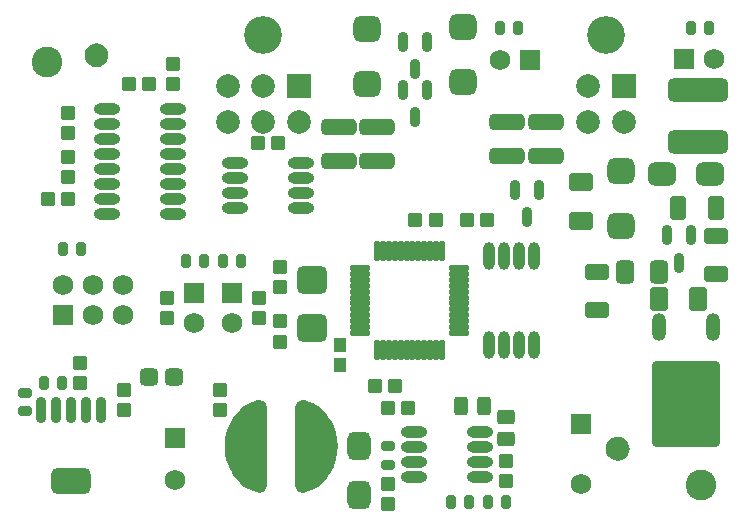
<source format=gts>
G04 Layer_Color=8388736*
%FSLAX24Y24*%
%MOIN*%
G70*
G01*
G75*
G04:AMPARAMS|DCode=62|XSize=36mil|YSize=43.8mil|CornerRadius=6.8mil|HoleSize=0mil|Usage=FLASHONLY|Rotation=0.000|XOffset=0mil|YOffset=0mil|HoleType=Round|Shape=RoundedRectangle|*
%AMROUNDEDRECTD62*
21,1,0.0360,0.0302,0,0,0.0*
21,1,0.0224,0.0438,0,0,0.0*
1,1,0.0136,0.0112,-0.0151*
1,1,0.0136,-0.0112,-0.0151*
1,1,0.0136,-0.0112,0.0151*
1,1,0.0136,0.0112,0.0151*
%
%ADD62ROUNDEDRECTD62*%
G04:AMPARAMS|DCode=63|XSize=49mil|YSize=44mil|CornerRadius=5.8mil|HoleSize=0mil|Usage=FLASHONLY|Rotation=0.000|XOffset=0mil|YOffset=0mil|HoleType=Round|Shape=RoundedRectangle|*
%AMROUNDEDRECTD63*
21,1,0.0490,0.0324,0,0,0.0*
21,1,0.0374,0.0440,0,0,0.0*
1,1,0.0116,0.0187,-0.0162*
1,1,0.0116,-0.0187,-0.0162*
1,1,0.0116,-0.0187,0.0162*
1,1,0.0116,0.0187,0.0162*
%
%ADD63ROUNDEDRECTD63*%
G04:AMPARAMS|DCode=64|XSize=49mil|YSize=44mil|CornerRadius=5.8mil|HoleSize=0mil|Usage=FLASHONLY|Rotation=90.000|XOffset=0mil|YOffset=0mil|HoleType=Round|Shape=RoundedRectangle|*
%AMROUNDEDRECTD64*
21,1,0.0490,0.0324,0,0,90.0*
21,1,0.0374,0.0440,0,0,90.0*
1,1,0.0116,0.0162,0.0187*
1,1,0.0116,0.0162,-0.0187*
1,1,0.0116,-0.0162,-0.0187*
1,1,0.0116,-0.0162,0.0187*
%
%ADD64ROUNDEDRECTD64*%
G04:AMPARAMS|DCode=65|XSize=90.7mil|YSize=86.7mil|CornerRadius=23.7mil|HoleSize=0mil|Usage=FLASHONLY|Rotation=180.000|XOffset=0mil|YOffset=0mil|HoleType=Round|Shape=RoundedRectangle|*
%AMROUNDEDRECTD65*
21,1,0.0907,0.0394,0,0,180.0*
21,1,0.0433,0.0867,0,0,180.0*
1,1,0.0474,-0.0217,0.0197*
1,1,0.0474,0.0217,0.0197*
1,1,0.0474,0.0217,-0.0197*
1,1,0.0474,-0.0217,-0.0197*
%
%ADD65ROUNDEDRECTD65*%
%ADD66O,0.0361X0.0671*%
%ADD67R,0.0434X0.0474*%
G04:AMPARAMS|DCode=68|XSize=98.6mil|YSize=90.7mil|CornerRadius=16.4mil|HoleSize=0mil|Usage=FLASHONLY|Rotation=0.000|XOffset=0mil|YOffset=0mil|HoleType=Round|Shape=RoundedRectangle|*
%AMROUNDEDRECTD68*
21,1,0.0986,0.0579,0,0,0.0*
21,1,0.0657,0.0907,0,0,0.0*
1,1,0.0328,0.0329,-0.0289*
1,1,0.0328,-0.0329,-0.0289*
1,1,0.0328,-0.0329,0.0289*
1,1,0.0328,0.0329,0.0289*
%
%ADD68ROUNDEDRECTD68*%
%ADD69O,0.0375X0.0930*%
%ADD70O,0.0880X0.0375*%
G04:AMPARAMS|DCode=71|XSize=118.2mil|YSize=55.2mil|CornerRadius=15.8mil|HoleSize=0mil|Usage=FLASHONLY|Rotation=0.000|XOffset=0mil|YOffset=0mil|HoleType=Round|Shape=RoundedRectangle|*
%AMROUNDEDRECTD71*
21,1,0.1182,0.0236,0,0,0.0*
21,1,0.0866,0.0552,0,0,0.0*
1,1,0.0316,0.0433,-0.0118*
1,1,0.0316,-0.0433,-0.0118*
1,1,0.0316,-0.0433,0.0118*
1,1,0.0316,0.0433,0.0118*
%
%ADD71ROUNDEDRECTD71*%
G04:AMPARAMS|DCode=72|XSize=202.9mil|YSize=78.9mil|CornerRadius=21.7mil|HoleSize=0mil|Usage=FLASHONLY|Rotation=0.000|XOffset=0mil|YOffset=0mil|HoleType=Round|Shape=RoundedRectangle|*
%AMROUNDEDRECTD72*
21,1,0.2029,0.0354,0,0,0.0*
21,1,0.1594,0.0789,0,0,0.0*
1,1,0.0434,0.0797,-0.0177*
1,1,0.0434,-0.0797,-0.0177*
1,1,0.0434,-0.0797,0.0177*
1,1,0.0434,0.0797,0.0177*
%
%ADD72ROUNDEDRECTD72*%
G04:AMPARAMS|DCode=73|XSize=36mil|YSize=43.8mil|CornerRadius=6.8mil|HoleSize=0mil|Usage=FLASHONLY|Rotation=90.000|XOffset=0mil|YOffset=0mil|HoleType=Round|Shape=RoundedRectangle|*
%AMROUNDEDRECTD73*
21,1,0.0360,0.0302,0,0,90.0*
21,1,0.0224,0.0438,0,0,90.0*
1,1,0.0136,0.0151,0.0112*
1,1,0.0136,0.0151,-0.0112*
1,1,0.0136,-0.0151,-0.0112*
1,1,0.0136,-0.0151,0.0112*
%
%ADD73ROUNDEDRECTD73*%
G04:AMPARAMS|DCode=74|XSize=134mil|YSize=88.7mil|CornerRadius=24.2mil|HoleSize=0mil|Usage=FLASHONLY|Rotation=0.000|XOffset=0mil|YOffset=0mil|HoleType=Round|Shape=RoundedRectangle|*
%AMROUNDEDRECTD74*
21,1,0.1340,0.0404,0,0,0.0*
21,1,0.0856,0.0887,0,0,0.0*
1,1,0.0484,0.0428,-0.0202*
1,1,0.0484,-0.0428,-0.0202*
1,1,0.0484,-0.0428,0.0202*
1,1,0.0484,0.0428,0.0202*
%
%ADD74ROUNDEDRECTD74*%
%ADD75O,0.0336X0.0887*%
G04:AMPARAMS|DCode=76|XSize=62mil|YSize=58mil|CornerRadius=16.5mil|HoleSize=0mil|Usage=FLASHONLY|Rotation=180.000|XOffset=0mil|YOffset=0mil|HoleType=Round|Shape=RoundedRectangle|*
%AMROUNDEDRECTD76*
21,1,0.0620,0.0250,0,0,180.0*
21,1,0.0290,0.0580,0,0,180.0*
1,1,0.0330,-0.0145,0.0125*
1,1,0.0330,0.0145,0.0125*
1,1,0.0330,0.0145,-0.0125*
1,1,0.0330,-0.0145,-0.0125*
%
%ADD76ROUNDEDRECTD76*%
G04:AMPARAMS|DCode=77|XSize=94.6mil|YSize=76.9mil|CornerRadius=21.2mil|HoleSize=0mil|Usage=FLASHONLY|Rotation=90.000|XOffset=0mil|YOffset=0mil|HoleType=Round|Shape=RoundedRectangle|*
%AMROUNDEDRECTD77*
21,1,0.0946,0.0344,0,0,90.0*
21,1,0.0522,0.0769,0,0,90.0*
1,1,0.0424,0.0172,0.0261*
1,1,0.0424,0.0172,-0.0261*
1,1,0.0424,-0.0172,-0.0261*
1,1,0.0424,-0.0172,0.0261*
%
%ADD77ROUNDEDRECTD77*%
G04:AMPARAMS|DCode=78|XSize=63.1mil|YSize=49.3mil|CornerRadius=14.3mil|HoleSize=0mil|Usage=FLASHONLY|Rotation=180.000|XOffset=0mil|YOffset=0mil|HoleType=Round|Shape=RoundedRectangle|*
%AMROUNDEDRECTD78*
21,1,0.0631,0.0207,0,0,180.0*
21,1,0.0344,0.0493,0,0,180.0*
1,1,0.0287,-0.0172,0.0103*
1,1,0.0287,0.0172,0.0103*
1,1,0.0287,0.0172,-0.0103*
1,1,0.0287,-0.0172,-0.0103*
%
%ADD78ROUNDEDRECTD78*%
G04:AMPARAMS|DCode=79|XSize=63.1mil|YSize=49.3mil|CornerRadius=14.3mil|HoleSize=0mil|Usage=FLASHONLY|Rotation=90.000|XOffset=0mil|YOffset=0mil|HoleType=Round|Shape=RoundedRectangle|*
%AMROUNDEDRECTD79*
21,1,0.0631,0.0207,0,0,90.0*
21,1,0.0344,0.0493,0,0,90.0*
1,1,0.0287,0.0103,0.0172*
1,1,0.0287,0.0103,-0.0172*
1,1,0.0287,-0.0103,-0.0172*
1,1,0.0287,-0.0103,0.0172*
%
%ADD79ROUNDEDRECTD79*%
G04:AMPARAMS|DCode=80|XSize=63.1mil|YSize=78.9mil|CornerRadius=17.8mil|HoleSize=0mil|Usage=FLASHONLY|Rotation=0.000|XOffset=0mil|YOffset=0mil|HoleType=Round|Shape=RoundedRectangle|*
%AMROUNDEDRECTD80*
21,1,0.0631,0.0433,0,0,0.0*
21,1,0.0276,0.0789,0,0,0.0*
1,1,0.0356,0.0138,-0.0217*
1,1,0.0356,-0.0138,-0.0217*
1,1,0.0356,-0.0138,0.0217*
1,1,0.0356,0.0138,0.0217*
%
%ADD80ROUNDEDRECTD80*%
%ADD81O,0.0198X0.0710*%
%ADD82O,0.0710X0.0198*%
G04:AMPARAMS|DCode=83|XSize=55.2mil|YSize=82.8mil|CornerRadius=15.8mil|HoleSize=0mil|Usage=FLASHONLY|Rotation=180.000|XOffset=0mil|YOffset=0mil|HoleType=Round|Shape=RoundedRectangle|*
%AMROUNDEDRECTD83*
21,1,0.0552,0.0512,0,0,180.0*
21,1,0.0236,0.0828,0,0,180.0*
1,1,0.0316,-0.0118,0.0256*
1,1,0.0316,0.0118,0.0256*
1,1,0.0316,0.0118,-0.0256*
1,1,0.0316,-0.0118,-0.0256*
%
%ADD83ROUNDEDRECTD83*%
G04:AMPARAMS|DCode=84|XSize=55.2mil|YSize=82.8mil|CornerRadius=15.8mil|HoleSize=0mil|Usage=FLASHONLY|Rotation=90.000|XOffset=0mil|YOffset=0mil|HoleType=Round|Shape=RoundedRectangle|*
%AMROUNDEDRECTD84*
21,1,0.0552,0.0512,0,0,90.0*
21,1,0.0236,0.0828,0,0,90.0*
1,1,0.0316,0.0256,0.0118*
1,1,0.0316,0.0256,-0.0118*
1,1,0.0316,-0.0256,-0.0118*
1,1,0.0316,-0.0256,0.0118*
%
%ADD84ROUNDEDRECTD84*%
G04:AMPARAMS|DCode=85|XSize=94.6mil|YSize=76.9mil|CornerRadius=21.2mil|HoleSize=0mil|Usage=FLASHONLY|Rotation=180.000|XOffset=0mil|YOffset=0mil|HoleType=Round|Shape=RoundedRectangle|*
%AMROUNDEDRECTD85*
21,1,0.0946,0.0344,0,0,180.0*
21,1,0.0522,0.0769,0,0,180.0*
1,1,0.0424,-0.0261,0.0172*
1,1,0.0424,0.0261,0.0172*
1,1,0.0424,0.0261,-0.0172*
1,1,0.0424,-0.0261,-0.0172*
%
%ADD85ROUNDEDRECTD85*%
G04:AMPARAMS|DCode=86|XSize=59.2mil|YSize=80mil|CornerRadius=6.6mil|HoleSize=0mil|Usage=FLASHONLY|Rotation=270.000|XOffset=0mil|YOffset=0mil|HoleType=Round|Shape=RoundedRectangle|*
%AMROUNDEDRECTD86*
21,1,0.0592,0.0669,0,0,270.0*
21,1,0.0461,0.0800,0,0,270.0*
1,1,0.0131,-0.0335,-0.0230*
1,1,0.0131,-0.0335,0.0230*
1,1,0.0131,0.0335,0.0230*
1,1,0.0131,0.0335,-0.0230*
%
%ADD86ROUNDEDRECTD86*%
G04:AMPARAMS|DCode=87|XSize=59.2mil|YSize=80mil|CornerRadius=6.6mil|HoleSize=0mil|Usage=FLASHONLY|Rotation=180.000|XOffset=0mil|YOffset=0mil|HoleType=Round|Shape=RoundedRectangle|*
%AMROUNDEDRECTD87*
21,1,0.0592,0.0669,0,0,180.0*
21,1,0.0461,0.0800,0,0,180.0*
1,1,0.0131,-0.0230,0.0335*
1,1,0.0131,0.0230,0.0335*
1,1,0.0131,0.0230,-0.0335*
1,1,0.0131,-0.0230,-0.0335*
%
%ADD87ROUNDEDRECTD87*%
%ADD88O,0.0474X0.0926*%
G04:AMPARAMS|DCode=89|XSize=287.5mil|YSize=226.5mil|CornerRadius=14.9mil|HoleSize=0mil|Usage=FLASHONLY|Rotation=270.000|XOffset=0mil|YOffset=0mil|HoleType=Round|Shape=RoundedRectangle|*
%AMROUNDEDRECTD89*
21,1,0.2875,0.1967,0,0,270.0*
21,1,0.2577,0.2265,0,0,270.0*
1,1,0.0299,-0.0983,-0.1288*
1,1,0.0299,-0.0983,0.1288*
1,1,0.0299,0.0983,0.1288*
1,1,0.0299,0.0983,-0.1288*
%
%ADD89ROUNDEDRECTD89*%
%ADD90R,0.0680X0.0680*%
%ADD91C,0.0680*%
%ADD92R,0.0680X0.0680*%
%ADD93C,0.0789*%
%ADD94R,0.0789X0.0789*%
%ADD95C,0.1261*%
%ADD96C,0.1025*%
%ADD97R,0.0789X0.0789*%
G36*
X22859Y45817D02*
X22954Y45777D01*
X23037Y45714D01*
X23100Y45632D01*
X23139Y45536D01*
X23153Y45433D01*
X23139Y45330D01*
X23100Y45235D01*
X23037Y45152D01*
X22954Y45089D01*
X22859Y45050D01*
X22756Y45036D01*
X22653Y45050D01*
X22557Y45089D01*
X22475Y45152D01*
X22412Y45235D01*
X22372Y45330D01*
X22359Y45433D01*
X22372Y45536D01*
X22412Y45632D01*
X22475Y45714D01*
X22557Y45777D01*
X22653Y45817D01*
X22756Y45830D01*
X22859Y45817D01*
D02*
G37*
G36*
X29698Y33927D02*
X29702Y33925D01*
X29706Y33926D01*
X29836Y33885D01*
X29837Y33884D01*
X29839Y33884D01*
X29990Y33823D01*
X29992Y33821D01*
X29996Y33820D01*
X30136Y33737D01*
X30138Y33734D01*
X30141Y33733D01*
X30266Y33629D01*
X30267Y33628D01*
X30269Y33627D01*
X30273Y33623D01*
X30274Y33621D01*
X30275Y33620D01*
X30424Y33455D01*
X30425Y33452D01*
X30428Y33450D01*
X30554Y33266D01*
X30554Y33263D01*
X30557Y33261D01*
X30657Y33062D01*
X30657Y33059D01*
X30659Y33057D01*
X30732Y32847D01*
X30732Y32844D01*
X30733Y32841D01*
X30778Y32623D01*
X30777Y32620D01*
X30778Y32617D01*
X30793Y32395D01*
X30792Y32392D01*
X30793Y32389D01*
X30778Y32167D01*
X30777Y32164D01*
X30778Y32161D01*
X30733Y31942D01*
X30732Y31940D01*
X30732Y31937D01*
X30659Y31726D01*
X30657Y31724D01*
X30657Y31721D01*
X30557Y31522D01*
X30554Y31520D01*
X30554Y31517D01*
X30428Y31333D01*
X30425Y31331D01*
X30424Y31329D01*
X30275Y31163D01*
X30274Y31162D01*
X30273Y31161D01*
X30271Y31159D01*
X30269Y31158D01*
X30268Y31156D01*
X30142Y31051D01*
X30138Y31050D01*
X30136Y31047D01*
X29995Y30963D01*
X29991Y30962D01*
X29989Y30960D01*
X29836Y30899D01*
X29834Y30899D01*
X29833Y30897D01*
X29699Y30856D01*
X29695Y30856D01*
X29691Y30854D01*
X29618Y30845D01*
X29610Y30848D01*
X29602Y30847D01*
X29531Y30865D01*
X29524Y30870D01*
X29516Y30872D01*
X29457Y30916D01*
X29453Y30923D01*
X29446Y30928D01*
X29407Y30990D01*
X29406Y30998D01*
X29401Y31005D01*
X29387Y31077D01*
X29388Y31081D01*
X29387Y31085D01*
Y33691D01*
X29388Y33695D01*
X29387Y33699D01*
X29401Y33773D01*
X29406Y33780D01*
X29407Y33788D01*
X29448Y33852D01*
X29454Y33857D01*
X29459Y33864D01*
X29520Y33909D01*
X29528Y33910D01*
X29534Y33915D01*
X29607Y33935D01*
X29615Y33934D01*
X29623Y33936D01*
X29698Y33927D01*
D02*
G37*
G36*
X28205Y33936D02*
X28213Y33937D01*
X28284Y33918D01*
X28291Y33913D01*
X28299Y33911D01*
X28358Y33868D01*
X28362Y33861D01*
X28369Y33856D01*
X28408Y33794D01*
X28409Y33786D01*
X28414Y33779D01*
X28428Y33707D01*
X28427Y33702D01*
X28428Y33699D01*
Y31093D01*
X28427Y31089D01*
X28428Y31085D01*
X28413Y31010D01*
X28409Y31004D01*
X28408Y30995D01*
X28367Y30932D01*
X28361Y30927D01*
X28356Y30920D01*
X28295Y30875D01*
X28287Y30873D01*
X28281Y30868D01*
X28208Y30849D01*
X28200Y30850D01*
X28192Y30847D01*
X28117Y30856D01*
X28113Y30858D01*
X28109Y30858D01*
X27979Y30898D01*
X27978Y30900D01*
X27976Y30900D01*
X27825Y30960D01*
X27822Y30963D01*
X27819Y30963D01*
X27679Y31046D01*
X27677Y31049D01*
X27674Y31050D01*
X27549Y31154D01*
X27548Y31156D01*
X27546Y31156D01*
X27542Y31161D01*
X27541Y31162D01*
X27540Y31163D01*
X27391Y31329D01*
X27390Y31331D01*
X27387Y31333D01*
X27261Y31517D01*
X27261Y31520D01*
X27258Y31522D01*
X27158Y31721D01*
X27158Y31724D01*
X27156Y31726D01*
X27083Y31937D01*
X27083Y31940D01*
X27082Y31942D01*
X27037Y32161D01*
X27038Y32164D01*
X27037Y32167D01*
X27022Y32389D01*
X27023Y32392D01*
X27022Y32395D01*
X27037Y32617D01*
X27038Y32620D01*
X27037Y32623D01*
X27082Y32841D01*
X27083Y32844D01*
X27083Y32847D01*
X27156Y33057D01*
X27158Y33059D01*
X27158Y33062D01*
X27258Y33261D01*
X27261Y33263D01*
X27261Y33266D01*
X27387Y33450D01*
X27390Y33452D01*
X27391Y33455D01*
X27540Y33621D01*
X27541Y33621D01*
X27542Y33623D01*
X27544Y33625D01*
X27546Y33626D01*
X27547Y33627D01*
X27673Y33732D01*
X27677Y33733D01*
X27679Y33736D01*
X27820Y33821D01*
X27824Y33821D01*
X27826Y33824D01*
X27979Y33885D01*
X27981Y33885D01*
X27982Y33886D01*
X28116Y33928D01*
X28120Y33928D01*
X28124Y33930D01*
X28197Y33938D01*
X28205Y33936D01*
D02*
G37*
G36*
X40231Y32697D02*
X40326Y32657D01*
X40409Y32594D01*
X40472Y32512D01*
X40512Y32416D01*
X40525Y32313D01*
X40512Y32210D01*
X40472Y32114D01*
X40409Y32032D01*
X40326Y31969D01*
X40231Y31929D01*
X40128Y31916D01*
X40025Y31929D01*
X39929Y31969D01*
X39847Y32032D01*
X39784Y32114D01*
X39744Y32210D01*
X39731Y32313D01*
X39744Y32416D01*
X39784Y32512D01*
X39847Y32594D01*
X39929Y32657D01*
X40025Y32697D01*
X40128Y32710D01*
X40231Y32697D01*
D02*
G37*
D62*
X25728Y38563D02*
D03*
X26338D02*
D03*
X27569D02*
D03*
X26959D02*
D03*
X22244Y38986D02*
D03*
X21634D02*
D03*
X42559Y46329D02*
D03*
X43169D02*
D03*
X36801Y46348D02*
D03*
X36191D02*
D03*
X21604Y34498D02*
D03*
X20994D02*
D03*
X35187Y30551D02*
D03*
X34577D02*
D03*
X36407Y30551D02*
D03*
X35797D02*
D03*
D63*
X21122Y40650D02*
D03*
X21792D02*
D03*
X24518Y44459D02*
D03*
X23848D02*
D03*
X28130Y42500D02*
D03*
X28800D02*
D03*
X33140Y33681D02*
D03*
X32470D02*
D03*
X32717Y34409D02*
D03*
X32047D02*
D03*
X35778Y39941D02*
D03*
X35108D02*
D03*
X34055Y39951D02*
D03*
X33385D02*
D03*
D64*
X21811Y41358D02*
D03*
Y42028D02*
D03*
X25295Y45128D02*
D03*
Y44458D02*
D03*
X21811Y42844D02*
D03*
Y43514D02*
D03*
X28169Y37343D02*
D03*
Y36673D02*
D03*
X25098D02*
D03*
Y37343D02*
D03*
X28868Y37716D02*
D03*
Y38386D02*
D03*
X28867Y36555D02*
D03*
Y35885D02*
D03*
X22195Y34508D02*
D03*
Y35178D02*
D03*
X23681Y33592D02*
D03*
Y34262D02*
D03*
X26870Y34272D02*
D03*
Y33602D02*
D03*
X32470Y30482D02*
D03*
Y31152D02*
D03*
X36407Y31910D02*
D03*
Y31240D02*
D03*
D65*
X34970Y46358D02*
D03*
Y44547D02*
D03*
X31772Y44488D02*
D03*
Y46299D02*
D03*
X40226Y41565D02*
D03*
Y39754D02*
D03*
D66*
X33370Y44971D02*
D03*
X33770Y45881D02*
D03*
X32970D02*
D03*
X33370Y43376D02*
D03*
X33770Y44286D02*
D03*
X32970D02*
D03*
X37500Y40950D02*
D03*
X36700D02*
D03*
X37100Y40040D02*
D03*
X42579Y39424D02*
D03*
X41779D02*
D03*
X42179Y38514D02*
D03*
D67*
X30866Y35758D02*
D03*
Y35089D02*
D03*
D68*
X29921Y37923D02*
D03*
Y36348D02*
D03*
D69*
X36827Y38728D02*
D03*
Y35778D02*
D03*
X35827Y38728D02*
D03*
X36327D02*
D03*
X37327D02*
D03*
X35827Y35778D02*
D03*
X36327D02*
D03*
X37327D02*
D03*
D70*
X35527Y31864D02*
D03*
X33327D02*
D03*
X35527Y31364D02*
D03*
X33327D02*
D03*
X35527Y32864D02*
D03*
Y32364D02*
D03*
X33327D02*
D03*
Y32864D02*
D03*
X27362Y41841D02*
D03*
Y41341D02*
D03*
X29562D02*
D03*
Y41841D02*
D03*
X27362Y40341D02*
D03*
X29562D02*
D03*
X27362Y40841D02*
D03*
X29562D02*
D03*
X23091Y41142D02*
D03*
Y40642D02*
D03*
Y40142D02*
D03*
Y43642D02*
D03*
Y43142D02*
D03*
Y42642D02*
D03*
Y42142D02*
D03*
X25291Y41142D02*
D03*
Y40642D02*
D03*
Y40142D02*
D03*
Y43642D02*
D03*
Y43142D02*
D03*
Y42642D02*
D03*
Y42142D02*
D03*
X23091Y41642D02*
D03*
X25291D02*
D03*
D71*
X32116Y41909D02*
D03*
Y43051D02*
D03*
X30837Y41909D02*
D03*
Y43051D02*
D03*
X36447Y42067D02*
D03*
Y43209D02*
D03*
X37746Y42067D02*
D03*
Y43209D02*
D03*
D72*
X42805Y42530D02*
D03*
Y44262D02*
D03*
D73*
X20384Y33573D02*
D03*
Y34183D02*
D03*
X32470Y32392D02*
D03*
Y31782D02*
D03*
D74*
X21919Y31230D02*
D03*
D75*
Y33593D02*
D03*
X22419D02*
D03*
X22919D02*
D03*
X20919D02*
D03*
X21419D02*
D03*
D76*
X24504Y34705D02*
D03*
X25344D02*
D03*
D77*
X31516Y30778D02*
D03*
Y32392D02*
D03*
D78*
X36407Y33376D02*
D03*
Y32628D02*
D03*
D79*
X35659Y33730D02*
D03*
X34911D02*
D03*
D80*
X40374Y38189D02*
D03*
X41516D02*
D03*
D81*
X32106Y35600D02*
D03*
X32303D02*
D03*
X32500D02*
D03*
X32697D02*
D03*
X32894D02*
D03*
X33091D02*
D03*
X33287D02*
D03*
X33484D02*
D03*
X33681D02*
D03*
X33878D02*
D03*
Y38907D02*
D03*
X33681D02*
D03*
X33484D02*
D03*
X33287D02*
D03*
X33091D02*
D03*
X32894D02*
D03*
X32697D02*
D03*
X32500D02*
D03*
X32303D02*
D03*
X32106D02*
D03*
X34075Y35600D02*
D03*
X34272D02*
D03*
Y38907D02*
D03*
X34075D02*
D03*
D82*
X34843Y36171D02*
D03*
Y36368D02*
D03*
Y36565D02*
D03*
Y36762D02*
D03*
Y36959D02*
D03*
Y37549D02*
D03*
Y37746D02*
D03*
Y37943D02*
D03*
Y38140D02*
D03*
Y38337D02*
D03*
Y37156D02*
D03*
Y37352D02*
D03*
X31535Y36959D02*
D03*
Y36762D02*
D03*
Y36565D02*
D03*
Y36368D02*
D03*
Y36171D02*
D03*
Y38337D02*
D03*
Y38140D02*
D03*
Y37943D02*
D03*
Y37746D02*
D03*
Y37549D02*
D03*
Y37352D02*
D03*
Y37156D02*
D03*
D83*
X43406Y40335D02*
D03*
X42146D02*
D03*
D84*
X43406Y38140D02*
D03*
Y39400D02*
D03*
X39449Y36929D02*
D03*
Y38189D02*
D03*
D85*
X43209Y41476D02*
D03*
X41594D02*
D03*
D86*
X38917Y41201D02*
D03*
Y39901D02*
D03*
D87*
X42815Y37313D02*
D03*
X41515D02*
D03*
D88*
X41514Y36358D02*
D03*
X43309D02*
D03*
D89*
X42411Y33799D02*
D03*
D90*
X27264Y37520D02*
D03*
X26014Y37510D02*
D03*
X25364Y32657D02*
D03*
X38888Y33130D02*
D03*
D91*
X27264Y36520D02*
D03*
X26014Y36510D02*
D03*
X25364Y31280D02*
D03*
X38888Y31130D02*
D03*
X43333Y45289D02*
D03*
X36195Y45285D02*
D03*
X23634Y37782D02*
D03*
Y36781D02*
D03*
X22634Y37782D02*
D03*
X21634D02*
D03*
X22634Y36781D02*
D03*
D92*
X42333Y45289D02*
D03*
X37195Y45285D02*
D03*
X21634Y36781D02*
D03*
D93*
X39144Y44390D02*
D03*
Y43209D02*
D03*
X40325D02*
D03*
X29498D02*
D03*
X27136Y44390D02*
D03*
X28317D02*
D03*
X27136Y43209D02*
D03*
X28317D02*
D03*
D94*
X40325Y44390D02*
D03*
D95*
X39734Y46091D02*
D03*
X28317D02*
D03*
D96*
X42901Y31109D02*
D03*
X21112Y45197D02*
D03*
D97*
X29498Y44390D02*
D03*
M02*

</source>
